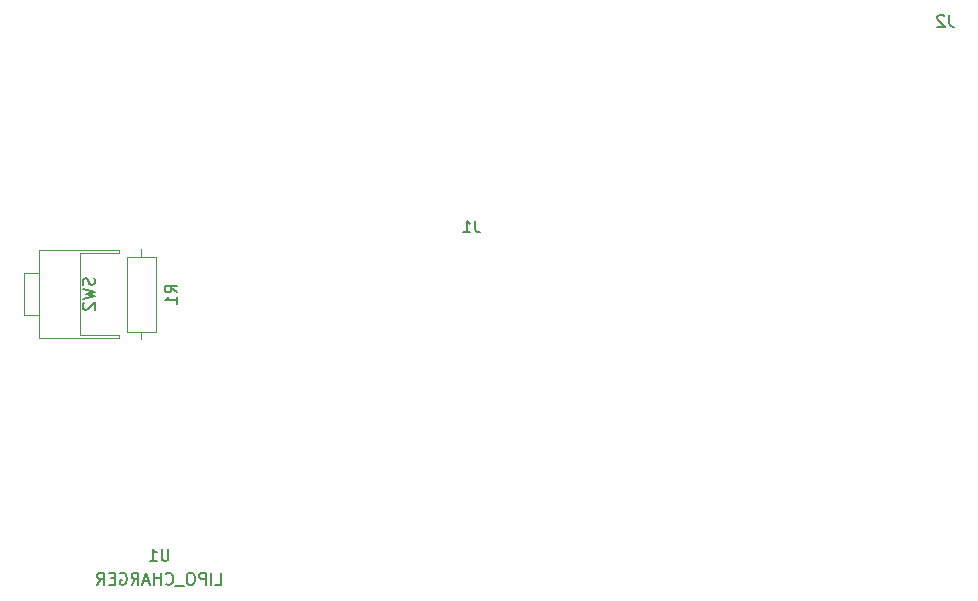
<source format=gbr>
G04 #@! TF.GenerationSoftware,KiCad,Pcbnew,(5.1.9-0-10_14)*
G04 #@! TF.CreationDate,2021-02-13T17:58:09-08:00*
G04 #@! TF.ProjectId,system,73797374-656d-42e6-9b69-6361645f7063,1.0-dev2*
G04 #@! TF.SameCoordinates,Original*
G04 #@! TF.FileFunction,Other,Fab,Bot*
%FSLAX46Y46*%
G04 Gerber Fmt 4.6, Leading zero omitted, Abs format (unit mm)*
G04 Created by KiCad (PCBNEW (5.1.9-0-10_14)) date 2021-02-13 17:58:09*
%MOMM*%
%LPD*%
G01*
G04 APERTURE LIST*
%ADD10C,0.100000*%
%ADD11C,0.150000*%
G04 APERTURE END LIST*
D10*
X111760000Y-121920000D02*
X111760000Y-121260000D01*
X111760000Y-114300000D02*
X111760000Y-114960000D01*
X110510000Y-121260000D02*
X110510000Y-114960000D01*
X113010000Y-121260000D02*
X110510000Y-121260000D01*
X113010000Y-114960000D02*
X113010000Y-121260000D01*
X110510000Y-114960000D02*
X113010000Y-114960000D01*
X109864000Y-114624000D02*
X106524000Y-114624000D01*
X109864000Y-121524000D02*
X109864000Y-121824000D01*
X109864000Y-114324000D02*
X103074000Y-114324000D01*
X103074000Y-114324000D02*
X103074000Y-121824000D01*
X109864000Y-121824000D02*
X103074000Y-121824000D01*
X106524000Y-114624000D02*
X106524000Y-121524000D01*
X109864000Y-114324000D02*
X109864000Y-114624000D01*
X109864000Y-121524000D02*
X106524000Y-121524000D01*
X101814000Y-116324000D02*
X101814000Y-119824000D01*
X101814000Y-119824000D02*
X103074000Y-119824000D01*
X101814000Y-116324000D02*
X103074000Y-116324000D01*
D11*
X180165333Y-94448380D02*
X180165333Y-95162666D01*
X180212952Y-95305523D01*
X180308190Y-95400761D01*
X180451047Y-95448380D01*
X180546285Y-95448380D01*
X179736761Y-94543619D02*
X179689142Y-94496000D01*
X179593904Y-94448380D01*
X179355809Y-94448380D01*
X179260571Y-94496000D01*
X179212952Y-94543619D01*
X179165333Y-94638857D01*
X179165333Y-94734095D01*
X179212952Y-94876952D01*
X179784380Y-95448380D01*
X179165333Y-95448380D01*
X140033333Y-111864480D02*
X140033333Y-112578766D01*
X140080952Y-112721623D01*
X140176190Y-112816861D01*
X140319047Y-112864480D01*
X140414285Y-112864480D01*
X139033333Y-112864480D02*
X139604761Y-112864480D01*
X139319047Y-112864480D02*
X139319047Y-111864480D01*
X139414285Y-112007338D01*
X139509523Y-112102576D01*
X139604761Y-112150195D01*
X114752380Y-117943333D02*
X114276190Y-117610000D01*
X114752380Y-117371904D02*
X113752380Y-117371904D01*
X113752380Y-117752857D01*
X113800000Y-117848095D01*
X113847619Y-117895714D01*
X113942857Y-117943333D01*
X114085714Y-117943333D01*
X114180952Y-117895714D01*
X114228571Y-117848095D01*
X114276190Y-117752857D01*
X114276190Y-117371904D01*
X114752380Y-118895714D02*
X114752380Y-118324285D01*
X114752380Y-118610000D02*
X113752380Y-118610000D01*
X113895238Y-118514761D01*
X113990476Y-118419523D01*
X114038095Y-118324285D01*
X107748761Y-116740666D02*
X107796380Y-116883523D01*
X107796380Y-117121619D01*
X107748761Y-117216857D01*
X107701142Y-117264476D01*
X107605904Y-117312095D01*
X107510666Y-117312095D01*
X107415428Y-117264476D01*
X107367809Y-117216857D01*
X107320190Y-117121619D01*
X107272571Y-116931142D01*
X107224952Y-116835904D01*
X107177333Y-116788285D01*
X107082095Y-116740666D01*
X106986857Y-116740666D01*
X106891619Y-116788285D01*
X106844000Y-116835904D01*
X106796380Y-116931142D01*
X106796380Y-117169238D01*
X106844000Y-117312095D01*
X106796380Y-117645428D02*
X107796380Y-117883523D01*
X107082095Y-118074000D01*
X107796380Y-118264476D01*
X106796380Y-118502571D01*
X106891619Y-118835904D02*
X106844000Y-118883523D01*
X106796380Y-118978761D01*
X106796380Y-119216857D01*
X106844000Y-119312095D01*
X106891619Y-119359714D01*
X106986857Y-119407333D01*
X107082095Y-119407333D01*
X107224952Y-119359714D01*
X107796380Y-118788285D01*
X107796380Y-119407333D01*
X114045904Y-139660380D02*
X114045904Y-140469904D01*
X113998285Y-140565142D01*
X113950666Y-140612761D01*
X113855428Y-140660380D01*
X113664952Y-140660380D01*
X113569714Y-140612761D01*
X113522095Y-140565142D01*
X113474476Y-140469904D01*
X113474476Y-139660380D01*
X112474476Y-140660380D02*
X113045904Y-140660380D01*
X112760190Y-140660380D02*
X112760190Y-139660380D01*
X112855428Y-139803238D01*
X112950666Y-139898476D01*
X113045904Y-139946095D01*
X118022095Y-142692380D02*
X118498285Y-142692380D01*
X118498285Y-141692380D01*
X117688761Y-142692380D02*
X117688761Y-141692380D01*
X117212571Y-142692380D02*
X117212571Y-141692380D01*
X116831619Y-141692380D01*
X116736380Y-141740000D01*
X116688761Y-141787619D01*
X116641142Y-141882857D01*
X116641142Y-142025714D01*
X116688761Y-142120952D01*
X116736380Y-142168571D01*
X116831619Y-142216190D01*
X117212571Y-142216190D01*
X116022095Y-141692380D02*
X115831619Y-141692380D01*
X115736380Y-141740000D01*
X115641142Y-141835238D01*
X115593523Y-142025714D01*
X115593523Y-142359047D01*
X115641142Y-142549523D01*
X115736380Y-142644761D01*
X115831619Y-142692380D01*
X116022095Y-142692380D01*
X116117333Y-142644761D01*
X116212571Y-142549523D01*
X116260190Y-142359047D01*
X116260190Y-142025714D01*
X116212571Y-141835238D01*
X116117333Y-141740000D01*
X116022095Y-141692380D01*
X115403047Y-142787619D02*
X114641142Y-142787619D01*
X113831619Y-142597142D02*
X113879238Y-142644761D01*
X114022095Y-142692380D01*
X114117333Y-142692380D01*
X114260190Y-142644761D01*
X114355428Y-142549523D01*
X114403047Y-142454285D01*
X114450666Y-142263809D01*
X114450666Y-142120952D01*
X114403047Y-141930476D01*
X114355428Y-141835238D01*
X114260190Y-141740000D01*
X114117333Y-141692380D01*
X114022095Y-141692380D01*
X113879238Y-141740000D01*
X113831619Y-141787619D01*
X113403047Y-142692380D02*
X113403047Y-141692380D01*
X113403047Y-142168571D02*
X112831619Y-142168571D01*
X112831619Y-142692380D02*
X112831619Y-141692380D01*
X112403047Y-142406666D02*
X111926857Y-142406666D01*
X112498285Y-142692380D02*
X112164952Y-141692380D01*
X111831619Y-142692380D01*
X110926857Y-142692380D02*
X111260190Y-142216190D01*
X111498285Y-142692380D02*
X111498285Y-141692380D01*
X111117333Y-141692380D01*
X111022095Y-141740000D01*
X110974476Y-141787619D01*
X110926857Y-141882857D01*
X110926857Y-142025714D01*
X110974476Y-142120952D01*
X111022095Y-142168571D01*
X111117333Y-142216190D01*
X111498285Y-142216190D01*
X109974476Y-141740000D02*
X110069714Y-141692380D01*
X110212571Y-141692380D01*
X110355428Y-141740000D01*
X110450666Y-141835238D01*
X110498285Y-141930476D01*
X110545904Y-142120952D01*
X110545904Y-142263809D01*
X110498285Y-142454285D01*
X110450666Y-142549523D01*
X110355428Y-142644761D01*
X110212571Y-142692380D01*
X110117333Y-142692380D01*
X109974476Y-142644761D01*
X109926857Y-142597142D01*
X109926857Y-142263809D01*
X110117333Y-142263809D01*
X109498285Y-142168571D02*
X109164952Y-142168571D01*
X109022095Y-142692380D02*
X109498285Y-142692380D01*
X109498285Y-141692380D01*
X109022095Y-141692380D01*
X108022095Y-142692380D02*
X108355428Y-142216190D01*
X108593523Y-142692380D02*
X108593523Y-141692380D01*
X108212571Y-141692380D01*
X108117333Y-141740000D01*
X108069714Y-141787619D01*
X108022095Y-141882857D01*
X108022095Y-142025714D01*
X108069714Y-142120952D01*
X108117333Y-142168571D01*
X108212571Y-142216190D01*
X108593523Y-142216190D01*
M02*

</source>
